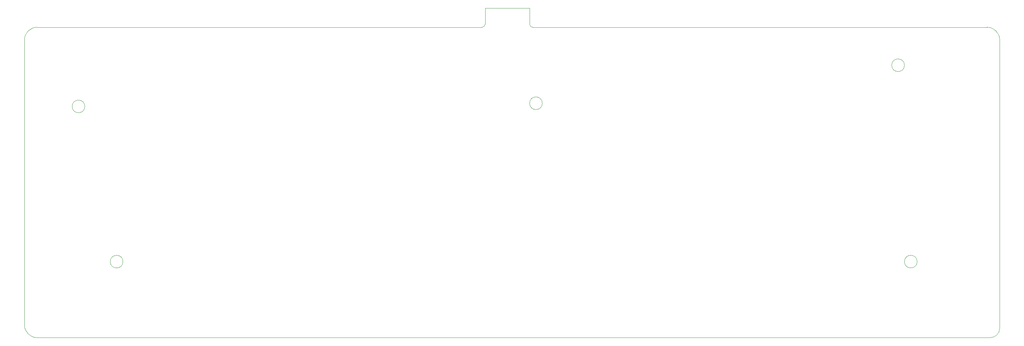
<source format=gbr>
G04 #@! TF.GenerationSoftware,KiCad,Pcbnew,(5.1.9)-1*
G04 #@! TF.CreationDate,2021-04-17T19:28:57+02:00*
G04 #@! TF.ProjectId,isio42_pcb,6973696f-3432-45f7-9063-622e6b696361,rev?*
G04 #@! TF.SameCoordinates,Original*
G04 #@! TF.FileFunction,Profile,NP*
%FSLAX46Y46*%
G04 Gerber Fmt 4.6, Leading zero omitted, Abs format (unit mm)*
G04 Created by KiCad (PCBNEW (5.1.9)-1) date 2021-04-17 19:28:57*
%MOMM*%
%LPD*%
G01*
G04 APERTURE LIST*
G04 #@! TA.AperFunction,Profile*
%ADD10C,0.050000*%
G04 #@! TD*
G04 APERTURE END LIST*
D10*
X242887500Y-41275000D02*
G75*
G03*
X242887500Y-41275000I-1587500J0D01*
G01*
X246062500Y-90487500D02*
G75*
G03*
X246062500Y-90487500I-1587500J0D01*
G01*
X152400000Y-50800000D02*
G75*
G03*
X152400000Y-50800000I-1587500J0D01*
G01*
X47625000Y-90487500D02*
G75*
G03*
X47625000Y-90487500I-1587500J0D01*
G01*
X38100000Y-51593750D02*
G75*
G03*
X38100000Y-51593750I-1587500J0D01*
G01*
X150018750Y-31750000D02*
G75*
G02*
X149225000Y-30956250I0J793750D01*
G01*
X138112500Y-30956250D02*
G75*
G02*
X137318750Y-31750000I-793750J0D01*
G01*
X138112500Y-26987500D02*
X138112500Y-30956250D01*
X150018750Y-31750000D02*
X263525000Y-31750000D01*
X137318750Y-31750000D02*
X26193750Y-31750000D01*
X149225000Y-26987500D02*
X149225000Y-30956250D01*
X138112500Y-26987500D02*
X149225000Y-26987500D01*
X266700000Y-107156250D02*
X266700000Y-34925000D01*
X26193750Y-109537500D02*
X264318750Y-109537500D01*
X23018750Y-34925000D02*
X23018750Y-106362500D01*
X23018750Y-34925000D02*
G75*
G02*
X26193750Y-31750000I3175000J0D01*
G01*
X26193750Y-109537500D02*
G75*
G02*
X23018750Y-106362500I0J3175000D01*
G01*
X266700000Y-107156250D02*
G75*
G02*
X264318750Y-109537500I-2381250J0D01*
G01*
X263525000Y-31750000D02*
G75*
G02*
X266700000Y-34925000I0J-3175000D01*
G01*
M02*

</source>
